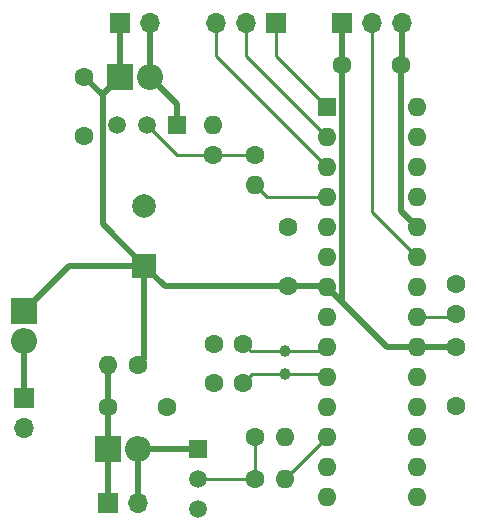
<source format=gtl>
G04 #@! TF.GenerationSoftware,KiCad,Pcbnew,(6.0.10-0)*
G04 #@! TF.CreationDate,2023-01-21T11:18:59-08:00*
G04 #@! TF.ProjectId,timer,74696d65-722e-46b6-9963-61645f706362,rev?*
G04 #@! TF.SameCoordinates,Original*
G04 #@! TF.FileFunction,Copper,L1,Top*
G04 #@! TF.FilePolarity,Positive*
%FSLAX46Y46*%
G04 Gerber Fmt 4.6, Leading zero omitted, Abs format (unit mm)*
G04 Created by KiCad (PCBNEW (6.0.10-0)) date 2023-01-21 11:18:59*
%MOMM*%
%LPD*%
G01*
G04 APERTURE LIST*
G04 #@! TA.AperFunction,ComponentPad*
%ADD10R,1.600000X1.600000*%
G04 #@! TD*
G04 #@! TA.AperFunction,ComponentPad*
%ADD11O,1.600000X1.600000*%
G04 #@! TD*
G04 #@! TA.AperFunction,ComponentPad*
%ADD12C,1.000000*%
G04 #@! TD*
G04 #@! TA.AperFunction,ComponentPad*
%ADD13C,1.600000*%
G04 #@! TD*
G04 #@! TA.AperFunction,ComponentPad*
%ADD14R,2.200000X2.200000*%
G04 #@! TD*
G04 #@! TA.AperFunction,ComponentPad*
%ADD15O,2.200000X2.200000*%
G04 #@! TD*
G04 #@! TA.AperFunction,ComponentPad*
%ADD16R,1.700000X1.700000*%
G04 #@! TD*
G04 #@! TA.AperFunction,ComponentPad*
%ADD17O,1.700000X1.700000*%
G04 #@! TD*
G04 #@! TA.AperFunction,ComponentPad*
%ADD18R,2.000000X2.000000*%
G04 #@! TD*
G04 #@! TA.AperFunction,ComponentPad*
%ADD19C,2.000000*%
G04 #@! TD*
G04 #@! TA.AperFunction,ComponentPad*
%ADD20R,1.500000X1.500000*%
G04 #@! TD*
G04 #@! TA.AperFunction,ComponentPad*
%ADD21C,1.500000*%
G04 #@! TD*
G04 #@! TA.AperFunction,Conductor*
%ADD22C,0.508000*%
G04 #@! TD*
G04 #@! TA.AperFunction,Conductor*
%ADD23C,0.254000*%
G04 #@! TD*
G04 APERTURE END LIST*
D10*
X151384000Y-79502000D03*
D11*
X151384000Y-82042000D03*
X151384000Y-84582000D03*
X151384000Y-87122000D03*
X151384000Y-89662000D03*
X151384000Y-92202000D03*
X151384000Y-94742000D03*
X151384000Y-97282000D03*
X151384000Y-99822000D03*
X151384000Y-102362000D03*
X151384000Y-104902000D03*
X151384000Y-107442000D03*
X151384000Y-109982000D03*
X151384000Y-112522000D03*
X159004000Y-112522000D03*
X159004000Y-109982000D03*
X159004000Y-107442000D03*
X159004000Y-104902000D03*
X159004000Y-102362000D03*
X159004000Y-99822000D03*
X159004000Y-97282000D03*
X159004000Y-94742000D03*
X159004000Y-92202000D03*
X159004000Y-89662000D03*
X159004000Y-87122000D03*
X159004000Y-84582000D03*
X159004000Y-82042000D03*
X159004000Y-79502000D03*
D12*
X147828000Y-102108000D03*
X147828000Y-100208000D03*
D13*
X148082000Y-94702000D03*
X148082000Y-89702000D03*
X162306000Y-99822000D03*
X162306000Y-104822000D03*
X130810000Y-76962000D03*
X130810000Y-81962000D03*
X132842000Y-104902000D03*
X137842000Y-104902000D03*
X162306000Y-97028000D03*
X162306000Y-94528000D03*
X144272000Y-102870000D03*
X141772000Y-102870000D03*
X144272000Y-99568000D03*
X141772000Y-99568000D03*
D14*
X133858000Y-76962000D03*
D15*
X136398000Y-76962000D03*
D14*
X132842000Y-108458000D03*
D15*
X135382000Y-108458000D03*
D16*
X133858000Y-72390000D03*
D17*
X136398000Y-72390000D03*
D16*
X147066000Y-72390000D03*
D17*
X144526000Y-72390000D03*
X141986000Y-72390000D03*
D13*
X145288000Y-83566000D03*
D11*
X145288000Y-86106000D03*
D13*
X145288000Y-110998000D03*
D11*
X147828000Y-110998000D03*
D16*
X132842000Y-113030000D03*
D17*
X135382000Y-113030000D03*
D16*
X152654000Y-72390000D03*
D17*
X155194000Y-72390000D03*
X157734000Y-72390000D03*
D16*
X125730000Y-104140000D03*
D17*
X125730000Y-106680000D03*
D18*
X135890000Y-92964000D03*
D19*
X135890000Y-87964000D03*
D20*
X138684000Y-81026000D03*
D21*
X136144000Y-81026000D03*
X133604000Y-81026000D03*
D20*
X140462000Y-108458000D03*
D21*
X140462000Y-110998000D03*
X140462000Y-113538000D03*
D13*
X145288000Y-107442000D03*
D11*
X147828000Y-107442000D03*
D13*
X152654000Y-75946000D03*
X157654000Y-75946000D03*
X135382000Y-101346000D03*
D11*
X132842000Y-101346000D03*
D13*
X141732000Y-83566000D03*
D11*
X141732000Y-81026000D03*
D14*
X125730000Y-96774000D03*
D15*
X125730000Y-99314000D03*
D22*
X132396800Y-78548800D02*
X130810000Y-76962000D01*
X152654000Y-75946000D02*
X152654000Y-96012000D01*
X135890000Y-100838000D02*
X135382000Y-101346000D01*
X135890000Y-92964000D02*
X132396800Y-89470800D01*
X135890000Y-92964000D02*
X135890000Y-100838000D01*
X133858000Y-76962000D02*
X132396800Y-78423200D01*
X132396800Y-89470800D02*
X132396800Y-78548800D01*
X132396800Y-78423200D02*
X132396800Y-78548800D01*
X152654000Y-72390000D02*
X152654000Y-75946000D01*
X156464000Y-99822000D02*
X152654000Y-96012000D01*
X133858000Y-76962000D02*
X133858000Y-72390000D01*
X129540000Y-92964000D02*
X125730000Y-96774000D01*
X135890000Y-92964000D02*
X129540000Y-92964000D01*
X152654000Y-96012000D02*
X151384000Y-94742000D01*
X148082000Y-94702000D02*
X137628000Y-94702000D01*
X137628000Y-94702000D02*
X135890000Y-92964000D01*
X162306000Y-99822000D02*
X156464000Y-99822000D01*
X148082000Y-94702000D02*
X151344000Y-94702000D01*
D23*
X145288000Y-110998000D02*
X140462000Y-110998000D01*
X145288000Y-107442000D02*
X145288000Y-110998000D01*
D22*
X125730000Y-104140000D02*
X125730000Y-99314000D01*
D23*
X159004000Y-97282000D02*
X162052000Y-97282000D01*
D22*
X138684000Y-81026000D02*
X138684000Y-79248000D01*
X136398000Y-72390000D02*
X136398000Y-76962000D01*
X138684000Y-79248000D02*
X136398000Y-76962000D01*
D23*
X147066000Y-75184000D02*
X151384000Y-79502000D01*
X147066000Y-72390000D02*
X147066000Y-75184000D01*
X144526000Y-75184000D02*
X151384000Y-82042000D01*
X144526000Y-72390000D02*
X144526000Y-75184000D01*
X141986000Y-75184000D02*
X151384000Y-84582000D01*
X141986000Y-72390000D02*
X141986000Y-75184000D01*
X145288000Y-83566000D02*
X141732000Y-83566000D01*
X138684000Y-83566000D02*
X136144000Y-81026000D01*
X141732000Y-83566000D02*
X138684000Y-83566000D01*
X155194000Y-72390000D02*
X155194000Y-88392000D01*
X155194000Y-88392000D02*
X159004000Y-92202000D01*
D22*
X135382000Y-108458000D02*
X135382000Y-113030000D01*
X140462000Y-108458000D02*
X135382000Y-108458000D01*
D23*
X146304000Y-87122000D02*
X145288000Y-86106000D01*
X151384000Y-87122000D02*
X146304000Y-87122000D01*
D22*
X157654000Y-75946000D02*
X157654000Y-88312000D01*
X157654000Y-88312000D02*
X159004000Y-89662000D01*
X157734000Y-72390000D02*
X157734000Y-75866000D01*
X132842000Y-104902000D02*
X132842000Y-101346000D01*
X132842000Y-113030000D02*
X132842000Y-108458000D01*
X132842000Y-108458000D02*
X132842000Y-104902000D01*
D23*
X144912000Y-100208000D02*
X144272000Y-99568000D01*
X147828000Y-100208000D02*
X150998000Y-100208000D01*
X147828000Y-100208000D02*
X144912000Y-100208000D01*
X147828000Y-102108000D02*
X151130000Y-102108000D01*
X147828000Y-102108000D02*
X145034000Y-102108000D01*
X145034000Y-102108000D02*
X144272000Y-102870000D01*
X151384000Y-107442000D02*
X147828000Y-110998000D01*
M02*

</source>
